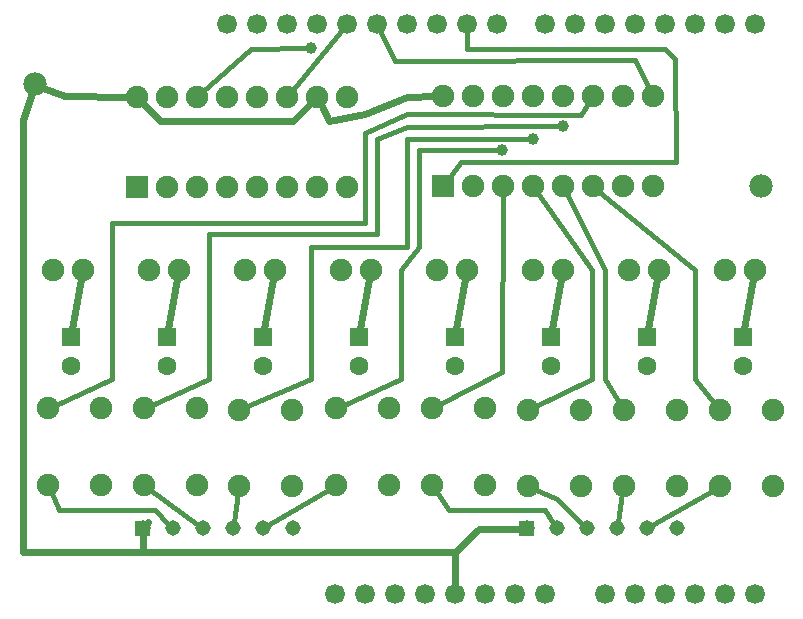
<source format=gbl>
G04 MADE WITH FRITZING*
G04 WWW.FRITZING.ORG*
G04 DOUBLE SIDED*
G04 HOLES PLATED*
G04 CONTOUR ON CENTER OF CONTOUR VECTOR*
%ASAXBY*%
%FSLAX23Y23*%
%MOIN*%
%OFA0B0*%
%SFA1.0B1.0*%
%ADD10C,0.039370*%
%ADD11C,0.051496*%
%ADD12C,0.078000*%
%ADD13C,0.066194*%
%ADD14C,0.066222*%
%ADD15C,0.075000*%
%ADD16C,0.062992*%
%ADD17R,0.075000X0.075000*%
%ADD18R,0.062992X0.062992*%
%ADD19C,0.016000*%
%ADD20C,0.024000*%
%ADD21R,0.001000X0.001000*%
%LNCOPPER0*%
G90*
G70*
G54D10*
X1040Y1926D03*
G54D11*
X480Y326D03*
X580Y326D03*
X680Y326D03*
X780Y326D03*
X880Y326D03*
X980Y326D03*
X1760Y326D03*
X1860Y326D03*
X1960Y326D03*
X2060Y326D03*
X2160Y326D03*
X2260Y326D03*
G54D12*
X2540Y1466D03*
X120Y1806D03*
G54D10*
X1679Y1587D03*
X1780Y1625D03*
X1880Y1667D03*
G54D13*
X2120Y106D03*
X2220Y106D03*
X2320Y106D03*
X2420Y106D03*
X2520Y106D03*
G54D14*
X1660Y2006D03*
X1560Y2006D03*
X1460Y2006D03*
X1360Y2006D03*
X1260Y2006D03*
X1160Y2006D03*
X1060Y2006D03*
X960Y2006D03*
X860Y2006D03*
X760Y2006D03*
X2520Y2006D03*
X2420Y2006D03*
X2320Y2006D03*
X2220Y2006D03*
X2120Y2006D03*
X2020Y2006D03*
X1920Y2006D03*
X1820Y2006D03*
G54D13*
X1220Y106D03*
X1120Y106D03*
X1320Y106D03*
X1420Y106D03*
X1520Y106D03*
X1620Y106D03*
X1720Y106D03*
X1820Y106D03*
X2020Y106D03*
G54D15*
X461Y1465D03*
X461Y1765D03*
X561Y1465D03*
X561Y1765D03*
X661Y1465D03*
X661Y1765D03*
X761Y1465D03*
X761Y1765D03*
X861Y1465D03*
X861Y1765D03*
X961Y1465D03*
X961Y1765D03*
X1061Y1465D03*
X1061Y1765D03*
X1161Y1465D03*
X1161Y1765D03*
G54D16*
X240Y964D03*
X240Y866D03*
X560Y964D03*
X560Y866D03*
X880Y964D03*
X880Y866D03*
X1200Y964D03*
X1200Y866D03*
X1520Y964D03*
X1520Y866D03*
X1840Y964D03*
X1840Y866D03*
X2160Y964D03*
X2160Y866D03*
X2480Y964D03*
X2480Y866D03*
G54D15*
X1482Y1467D03*
X1482Y1767D03*
X1582Y1467D03*
X1582Y1767D03*
X1682Y1467D03*
X1682Y1767D03*
X1782Y1467D03*
X1782Y1767D03*
X1882Y1467D03*
X1882Y1767D03*
X1982Y1467D03*
X1982Y1767D03*
X2082Y1467D03*
X2082Y1767D03*
X2182Y1467D03*
X2182Y1767D03*
X163Y470D03*
X163Y726D03*
X340Y470D03*
X340Y726D03*
X483Y470D03*
X483Y726D03*
X660Y470D03*
X660Y726D03*
X800Y466D03*
X800Y721D03*
X978Y466D03*
X978Y721D03*
X1123Y470D03*
X1123Y726D03*
X1300Y470D03*
X1300Y726D03*
X1443Y470D03*
X1443Y726D03*
X1620Y470D03*
X1620Y726D03*
X1763Y466D03*
X1763Y721D03*
X1940Y466D03*
X1940Y721D03*
X2083Y466D03*
X2083Y721D03*
X2260Y466D03*
X2260Y721D03*
X2403Y466D03*
X2403Y721D03*
X2580Y466D03*
X2580Y721D03*
X2520Y1186D03*
X2420Y1186D03*
X2200Y1186D03*
X2100Y1186D03*
X1880Y1186D03*
X1780Y1186D03*
X1560Y1186D03*
X1460Y1186D03*
X1240Y1186D03*
X1140Y1186D03*
X920Y1186D03*
X820Y1186D03*
X600Y1186D03*
X500Y1186D03*
X280Y1186D03*
X180Y1186D03*
G54D17*
X461Y1465D03*
G54D18*
X240Y964D03*
X560Y964D03*
X880Y964D03*
X1200Y964D03*
X1520Y964D03*
X1840Y964D03*
X2160Y964D03*
X2480Y964D03*
G54D17*
X1482Y1467D03*
G54D19*
X841Y1925D02*
X1027Y1926D01*
D02*
X679Y1780D02*
X841Y1925D01*
G54D20*
D02*
X481Y326D02*
X498Y346D01*
D02*
X80Y246D02*
X481Y246D01*
D02*
X481Y246D02*
X481Y326D01*
D02*
X80Y1687D02*
X80Y246D01*
D02*
X111Y1777D02*
X80Y1687D01*
G54D19*
D02*
X200Y386D02*
X521Y386D01*
D02*
X521Y386D02*
X565Y341D01*
D02*
X173Y449D02*
X200Y386D01*
D02*
X502Y456D02*
X663Y338D01*
D02*
X797Y443D02*
X783Y347D01*
D02*
X1103Y458D02*
X899Y336D01*
D02*
X1860Y424D02*
X1784Y456D01*
D02*
X1945Y340D02*
X1860Y424D01*
D02*
X2064Y347D02*
X2079Y443D01*
D02*
X2383Y454D02*
X2179Y336D01*
D02*
X1820Y387D02*
X1501Y387D01*
D02*
X1501Y387D02*
X1456Y451D01*
D02*
X1849Y343D02*
X1820Y387D01*
G54D20*
D02*
X480Y246D02*
X480Y299D01*
D02*
X1520Y246D02*
X480Y246D01*
D02*
X1520Y136D02*
X1520Y246D01*
D02*
X1601Y324D02*
X1520Y246D01*
D02*
X1520Y246D02*
X1520Y136D01*
D02*
X1733Y325D02*
X1601Y324D01*
D02*
X885Y990D02*
X915Y1157D01*
D02*
X1235Y1157D02*
X1205Y990D01*
D02*
X1555Y1157D02*
X1525Y990D01*
D02*
X1875Y1157D02*
X1845Y990D01*
D02*
X2195Y1157D02*
X2165Y990D01*
D02*
X2515Y1157D02*
X2485Y990D01*
D02*
X245Y990D02*
X275Y1157D01*
D02*
X565Y990D02*
X595Y1157D01*
D02*
X539Y1684D02*
X981Y1684D01*
D02*
X981Y1684D02*
X1041Y1745D01*
D02*
X481Y1744D02*
X539Y1684D01*
D02*
X221Y1767D02*
X433Y1765D01*
D02*
X148Y1795D02*
X221Y1767D01*
D02*
X1220Y1706D02*
X1360Y1765D01*
D02*
X1360Y1765D02*
X1453Y1766D01*
D02*
X1101Y1684D02*
X1220Y1706D01*
D02*
X1074Y1739D02*
X1101Y1684D01*
G54D19*
D02*
X2255Y1889D02*
X2221Y1925D01*
D02*
X2259Y1546D02*
X2255Y1889D01*
D02*
X2221Y1925D02*
X1561Y1925D01*
D02*
X1540Y1546D02*
X2259Y1546D01*
D02*
X1561Y1925D02*
X1561Y1981D01*
D02*
X1495Y1485D02*
X1540Y1546D01*
D02*
X1767Y1625D02*
X1360Y1625D01*
D02*
X1042Y824D02*
X822Y730D01*
D02*
X1042Y1265D02*
X1042Y824D01*
D02*
X1360Y1265D02*
X1042Y1265D01*
D02*
X1360Y1625D02*
X1360Y1265D01*
D02*
X1360Y1665D02*
X1867Y1667D01*
D02*
X1260Y1625D02*
X1360Y1665D01*
D02*
X1260Y1306D02*
X1260Y1625D01*
D02*
X701Y1306D02*
X1260Y1306D01*
D02*
X701Y824D02*
X701Y1306D01*
D02*
X504Y735D02*
X701Y824D01*
D02*
X1145Y1986D02*
X976Y1783D01*
D02*
X2171Y1787D02*
X2121Y1886D01*
D02*
X2121Y1886D02*
X1320Y1885D01*
D02*
X1320Y1885D02*
X1271Y1983D01*
D02*
X1342Y824D02*
X1144Y735D01*
D02*
X1401Y1265D02*
X1342Y1187D01*
D02*
X1342Y1187D02*
X1342Y824D01*
D02*
X1400Y1587D02*
X1401Y1265D01*
D02*
X1666Y1587D02*
X1400Y1587D01*
D02*
X1679Y846D02*
X1682Y1443D01*
D02*
X1464Y736D02*
X1679Y846D01*
D02*
X1979Y1187D02*
X1979Y824D01*
D02*
X1979Y824D02*
X1784Y731D01*
D02*
X1795Y1448D02*
X1979Y1187D01*
D02*
X2320Y1187D02*
X2320Y824D01*
D02*
X2320Y824D02*
X2389Y739D01*
D02*
X1999Y1452D02*
X2320Y1187D01*
D02*
X2020Y824D02*
X2071Y741D01*
D02*
X2020Y1187D02*
X2020Y824D01*
D02*
X1892Y1446D02*
X2020Y1187D01*
D02*
X1940Y1705D02*
X1969Y1747D01*
D02*
X1360Y1706D02*
X1940Y1705D01*
D02*
X1221Y1644D02*
X1360Y1706D01*
D02*
X1221Y1344D02*
X1221Y1644D01*
D02*
X379Y1344D02*
X1221Y1344D01*
D02*
X379Y824D02*
X379Y1344D01*
D02*
X184Y735D02*
X379Y824D01*
G54D21*
X454Y351D02*
X505Y351D01*
X1734Y351D02*
X1785Y351D01*
X454Y350D02*
X505Y350D01*
X1734Y350D02*
X1785Y350D01*
X454Y349D02*
X505Y349D01*
X1734Y349D02*
X1785Y349D01*
X454Y348D02*
X505Y348D01*
X1734Y348D02*
X1785Y348D01*
X454Y347D02*
X505Y347D01*
X1734Y347D02*
X1785Y347D01*
X454Y346D02*
X505Y346D01*
X1734Y346D02*
X1785Y346D01*
X454Y345D02*
X505Y345D01*
X1734Y345D02*
X1785Y345D01*
X454Y344D02*
X505Y344D01*
X1734Y344D02*
X1785Y344D01*
X454Y343D02*
X505Y343D01*
X1734Y343D02*
X1785Y343D01*
X454Y342D02*
X505Y342D01*
X1734Y342D02*
X1785Y342D01*
X454Y341D02*
X475Y341D01*
X485Y341D02*
X505Y341D01*
X1734Y341D02*
X1754Y341D01*
X1764Y341D02*
X1785Y341D01*
X454Y340D02*
X472Y340D01*
X487Y340D02*
X505Y340D01*
X1734Y340D02*
X1752Y340D01*
X1767Y340D02*
X1785Y340D01*
X454Y339D02*
X470Y339D01*
X489Y339D02*
X505Y339D01*
X1734Y339D02*
X1750Y339D01*
X1768Y339D02*
X1785Y339D01*
X454Y338D02*
X469Y338D01*
X490Y338D02*
X505Y338D01*
X1734Y338D02*
X1749Y338D01*
X1770Y338D02*
X1785Y338D01*
X454Y337D02*
X468Y337D01*
X491Y337D02*
X505Y337D01*
X1734Y337D02*
X1748Y337D01*
X1771Y337D02*
X1785Y337D01*
X454Y336D02*
X467Y336D01*
X492Y336D02*
X505Y336D01*
X1734Y336D02*
X1747Y336D01*
X1772Y336D02*
X1785Y336D01*
X454Y335D02*
X466Y335D01*
X493Y335D02*
X505Y335D01*
X1734Y335D02*
X1746Y335D01*
X1773Y335D02*
X1785Y335D01*
X454Y334D02*
X466Y334D01*
X494Y334D02*
X505Y334D01*
X1734Y334D02*
X1745Y334D01*
X1773Y334D02*
X1785Y334D01*
X454Y333D02*
X465Y333D01*
X494Y333D02*
X505Y333D01*
X1734Y333D02*
X1745Y333D01*
X1774Y333D02*
X1785Y333D01*
X454Y332D02*
X465Y332D01*
X495Y332D02*
X505Y332D01*
X1734Y332D02*
X1744Y332D01*
X1774Y332D02*
X1785Y332D01*
X454Y331D02*
X464Y331D01*
X495Y331D02*
X505Y331D01*
X1734Y331D02*
X1744Y331D01*
X1775Y331D02*
X1785Y331D01*
X454Y330D02*
X464Y330D01*
X495Y330D02*
X505Y330D01*
X1734Y330D02*
X1744Y330D01*
X1775Y330D02*
X1785Y330D01*
X454Y329D02*
X464Y329D01*
X496Y329D02*
X505Y329D01*
X1734Y329D02*
X1743Y329D01*
X1775Y329D02*
X1785Y329D01*
X454Y328D02*
X464Y328D01*
X496Y328D02*
X505Y328D01*
X1734Y328D02*
X1743Y328D01*
X1775Y328D02*
X1785Y328D01*
X454Y327D02*
X464Y327D01*
X496Y327D02*
X505Y327D01*
X1734Y327D02*
X1743Y327D01*
X1775Y327D02*
X1785Y327D01*
X454Y326D02*
X463Y326D01*
X496Y326D02*
X505Y326D01*
X1734Y326D02*
X1743Y326D01*
X1775Y326D02*
X1785Y326D01*
X454Y325D02*
X464Y325D01*
X496Y325D02*
X505Y325D01*
X1734Y325D02*
X1743Y325D01*
X1775Y325D02*
X1785Y325D01*
X454Y324D02*
X464Y324D01*
X496Y324D02*
X505Y324D01*
X1734Y324D02*
X1743Y324D01*
X1775Y324D02*
X1785Y324D01*
X454Y323D02*
X464Y323D01*
X496Y323D02*
X505Y323D01*
X1734Y323D02*
X1743Y323D01*
X1775Y323D02*
X1785Y323D01*
X454Y322D02*
X464Y322D01*
X495Y322D02*
X505Y322D01*
X1734Y322D02*
X1744Y322D01*
X1775Y322D02*
X1785Y322D01*
X454Y321D02*
X464Y321D01*
X495Y321D02*
X505Y321D01*
X1734Y321D02*
X1744Y321D01*
X1775Y321D02*
X1785Y321D01*
X454Y320D02*
X465Y320D01*
X495Y320D02*
X505Y320D01*
X1734Y320D02*
X1744Y320D01*
X1774Y320D02*
X1785Y320D01*
X454Y319D02*
X465Y319D01*
X494Y319D02*
X505Y319D01*
X1734Y319D02*
X1745Y319D01*
X1774Y319D02*
X1785Y319D01*
X454Y318D02*
X466Y318D01*
X494Y318D02*
X505Y318D01*
X1734Y318D02*
X1745Y318D01*
X1773Y318D02*
X1785Y318D01*
X454Y317D02*
X466Y317D01*
X493Y317D02*
X505Y317D01*
X1734Y317D02*
X1746Y317D01*
X1773Y317D02*
X1785Y317D01*
X454Y316D02*
X467Y316D01*
X492Y316D02*
X505Y316D01*
X1734Y316D02*
X1747Y316D01*
X1772Y316D02*
X1785Y316D01*
X454Y315D02*
X468Y315D01*
X491Y315D02*
X505Y315D01*
X1734Y315D02*
X1747Y315D01*
X1771Y315D02*
X1785Y315D01*
X454Y314D02*
X469Y314D01*
X490Y314D02*
X505Y314D01*
X1734Y314D02*
X1749Y314D01*
X1770Y314D02*
X1785Y314D01*
X454Y313D02*
X470Y313D01*
X489Y313D02*
X505Y313D01*
X1734Y313D02*
X1750Y313D01*
X1769Y313D02*
X1785Y313D01*
X454Y312D02*
X472Y312D01*
X487Y312D02*
X505Y312D01*
X1734Y312D02*
X1752Y312D01*
X1767Y312D02*
X1785Y312D01*
X454Y311D02*
X474Y311D01*
X485Y311D02*
X505Y311D01*
X1734Y311D02*
X1754Y311D01*
X1765Y311D02*
X1785Y311D01*
X454Y310D02*
X505Y310D01*
X1734Y310D02*
X1785Y310D01*
X454Y309D02*
X505Y309D01*
X1734Y309D02*
X1785Y309D01*
X454Y308D02*
X505Y308D01*
X1734Y308D02*
X1785Y308D01*
X454Y307D02*
X505Y307D01*
X1734Y307D02*
X1785Y307D01*
X454Y306D02*
X505Y306D01*
X1734Y306D02*
X1785Y306D01*
X454Y305D02*
X505Y305D01*
X1734Y305D02*
X1785Y305D01*
X454Y304D02*
X505Y304D01*
X1734Y304D02*
X1785Y304D01*
X454Y303D02*
X505Y303D01*
X1734Y303D02*
X1785Y303D01*
X454Y302D02*
X505Y302D01*
X1734Y302D02*
X1785Y302D01*
X454Y301D02*
X505Y301D01*
X1734Y301D02*
X1785Y301D01*
D02*
G04 End of Copper0*
M02*
</source>
